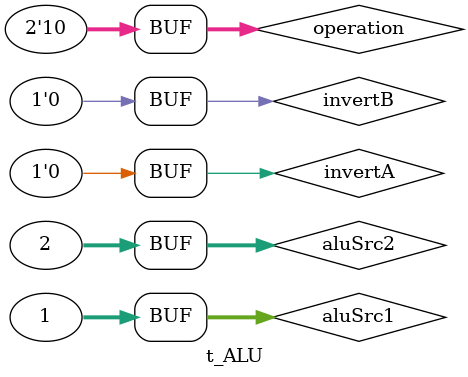
<source format=v>
`timescale 1ns/1ns
`include "../lib/ALU_1bit.v"
`include "../lib/ALU.v"
`include "../lib/Full_adder.v"
`include "../lib/ALU_bit31.v"

module t_ALU;
    
    reg [0:31] aluSrc1, aluSrc2;
    reg invertA, invertB, carryIn, less;
    reg [1:0] operation;
    wire [0:31] result;
    wire zero;

    ALU m(result, zero, overflow, aluSrc1, aluSrc2, invertA, invertB, operation);

    initial begin
        $dumpfile("t_ALU.vcd");
        $dumpvars(0, t_ALU);

        operation = 2'b10;  // AND test
        invertA = 1'b0;
        invertB = 1'b0;
        aluSrc1 = 32'b0;
        aluSrc2 = 32'b0;
        #20;

        aluSrc1 = 32'b10;
        aluSrc2 = 32'b10;
        #20;

        aluSrc1 = 32'b01;
        aluSrc2 = 32'b10;
        #20;

        
        $display("end of test.");
    end


endmodule
</source>
